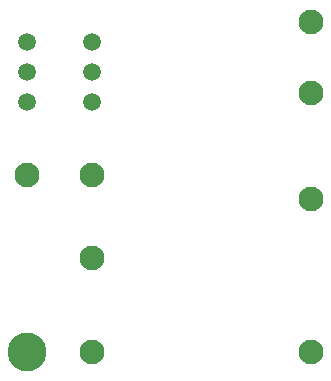
<source format=gbs>
G75*
G70*
%OFA0B0*%
%FSLAX24Y24*%
%IPPOS*%
%LPD*%
%AMOC8*
5,1,8,0,0,1.08239X$1,22.5*
%
%ADD10C,0.1299*%
%ADD11C,0.0827*%
%ADD12C,0.0591*%
D10*
X001181Y001181D03*
D11*
X003346Y001181D03*
X003346Y004331D03*
X003346Y007087D03*
X001181Y007087D03*
X010630Y006299D03*
X010630Y009843D03*
X010630Y012205D03*
X010630Y001181D03*
D12*
X003346Y009531D03*
X003346Y010531D03*
X003346Y011531D03*
X001181Y011531D03*
X001181Y010531D03*
X001181Y009531D03*
M02*

</source>
